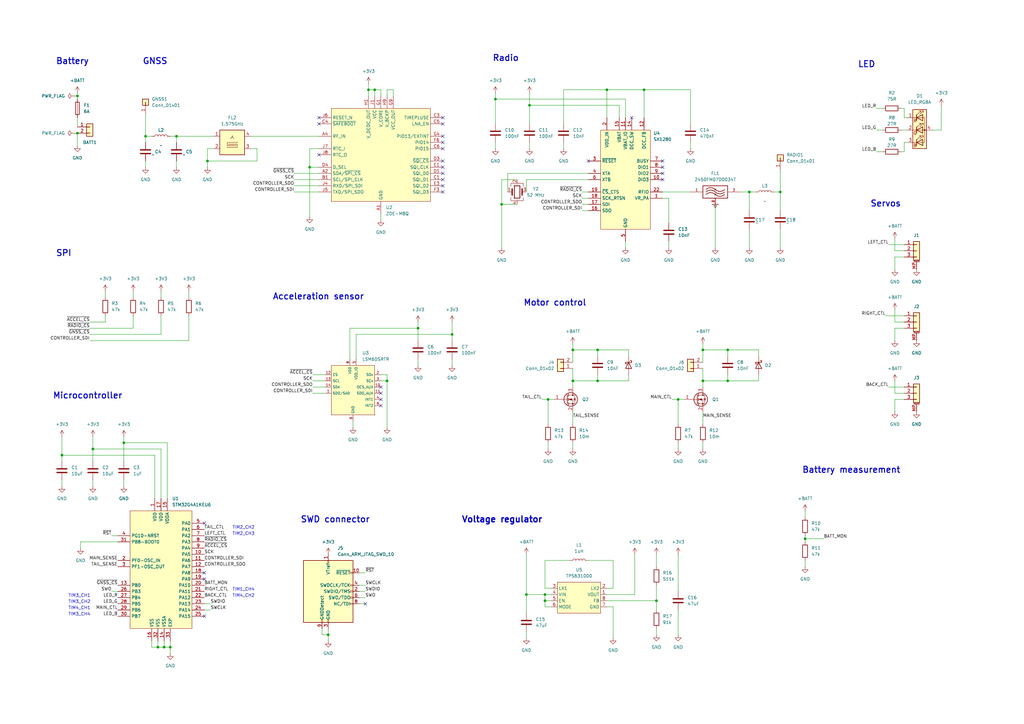
<source format=kicad_sch>
(kicad_sch (version 20230121) (generator eeschema)
  (paper "A3")
  (junction (at 269.24 246.38))
  (junction (at 298.45 143.51))
  (junction (at 127 68.58))
  (junction (at 278.13 163.83))
  (junction (at 38.1 184.15))
  (junction (at 25.4 186.69))
  (junction (at 330.2 220.98))
  (junction (at 223.52 243.84))
  (junction (at 264.16 36.83))
  (junction (at 67.31 265.43))
  (junction (at 151.13 36.83))
  (junction (at 64.77 265.43))
  (junction (at 205.74 83.82))
  (junction (at 59.69 55.88))
  (junction (at 134.62 260.35))
  (junction (at 85.09 66.04))
  (junction (at 171.45 134.62))
  (junction (at 224.79 163.83))
  (junction (at 245.11 143.51))
  (junction (at 50.8 181.61))
  (junction (at 248.92 36.83))
  (junction (at 223.52 246.38))
  (junction (at 288.29 156.21))
  (junction (at 153.67 36.83))
  (junction (at 69.85 265.43))
  (junction (at 320.04 78.74))
  (junction (at 234.95 156.21))
  (junction (at 185.42 137.16))
  (junction (at 288.29 143.51))
  (junction (at 307.34 78.74))
  (junction (at 72.39 55.88))
  (junction (at 298.45 156.21))
  (junction (at 31.75 39.37))
  (junction (at 215.9 243.84))
  (junction (at 234.95 143.51))
  (junction (at 245.11 156.21))
  (junction (at 31.75 54.61))
  (junction (at 203.2 40.64))
  (junction (at 158.75 156.21))
  (junction (at 217.17 43.18))
  (no_connect (at 181.61 78.74))
  (no_connect (at 83.82 252.73))
  (no_connect (at 181.61 50.8))
  (no_connect (at 130.81 63.5))
  (no_connect (at 271.78 73.66))
  (no_connect (at 156.21 166.37))
  (no_connect (at 130.81 48.26))
  (no_connect (at 156.21 158.75))
  (no_connect (at 181.61 55.88))
  (no_connect (at 181.61 76.2))
  (no_connect (at 271.78 71.12))
  (no_connect (at 181.61 68.58))
  (no_connect (at 271.78 68.58))
  (no_connect (at 156.21 163.83))
  (no_connect (at 259.08 48.26))
  (no_connect (at 181.61 48.26))
  (no_connect (at 241.3 66.04))
  (no_connect (at 130.81 50.8))
  (no_connect (at 271.78 66.04))
  (no_connect (at 181.61 58.42))
  (no_connect (at 181.61 66.04))
  (no_connect (at 181.61 71.12))
  (no_connect (at 156.21 161.29))
  (no_connect (at 181.61 60.96))
  (no_connect (at 149.86 247.65))
  (no_connect (at 181.61 73.66))
  (no_connect (at 83.82 237.49))
  (no_connect (at 83.82 234.95))
  (no_connect (at 83.82 214.63))
  (wire (pts (xy 215.9 243.84) (xy 223.52 243.84)))
  (wire (pts (xy 158.75 156.21) (xy 158.75 175.26)))
  (wire (pts (xy 248.92 243.84) (xy 260.35 243.84)))
  (wire (pts (xy 367.03 168.91) (xy 367.03 163.83)))
  (wire (pts (xy 64.77 265.43) (xy 67.31 265.43)))
  (wire (pts (xy 234.95 156.21) (xy 245.11 156.21)))
  (wire (pts (xy 156.21 36.83) (xy 156.21 39.37)))
  (wire (pts (xy 364.49 100.33) (xy 370.84 100.33)))
  (wire (pts (xy 31.75 54.61) (xy 31.75 59.69)))
  (wire (pts (xy 62.23 262.89) (xy 62.23 265.43)))
  (wire (pts (xy 208.28 71.12) (xy 208.28 78.74)))
  (wire (pts (xy 288.29 156.21) (xy 288.29 158.75)))
  (wire (pts (xy 251.46 241.3) (xy 248.92 241.3)))
  (wire (pts (xy 303.53 78.74) (xy 307.34 78.74)))
  (wire (pts (xy 231.14 58.42) (xy 231.14 60.96)))
  (wire (pts (xy 311.15 143.51) (xy 298.45 143.51)))
  (wire (pts (xy 215.9 243.84) (xy 215.9 251.46)))
  (wire (pts (xy 86.36 247.65) (xy 83.82 247.65)))
  (wire (pts (xy 69.85 55.88) (xy 72.39 55.88)))
  (wire (pts (xy 280.67 163.83) (xy 278.13 163.83)))
  (wire (pts (xy 33.02 222.25) (xy 33.02 224.79)))
  (wire (pts (xy 359.41 53.34) (xy 361.95 53.34)))
  (wire (pts (xy 149.86 240.03) (xy 147.32 240.03)))
  (wire (pts (xy 120.65 73.66) (xy 130.81 73.66)))
  (wire (pts (xy 158.75 153.67) (xy 158.75 156.21)))
  (wire (pts (xy 234.95 156.21) (xy 234.95 158.75)))
  (wire (pts (xy 386.08 53.34) (xy 386.08 43.18)))
  (wire (pts (xy 264.16 36.83) (xy 283.21 36.83)))
  (wire (pts (xy 367.03 161.29) (xy 367.03 156.21)))
  (wire (pts (xy 130.81 60.96) (xy 127 60.96)))
  (wire (pts (xy 367.03 134.62) (xy 370.84 134.62)))
  (wire (pts (xy 203.2 38.1) (xy 203.2 40.64)))
  (wire (pts (xy 153.67 36.83) (xy 151.13 36.83)))
  (wire (pts (xy 185.42 132.08) (xy 185.42 137.16)))
  (wire (pts (xy 171.45 147.32) (xy 171.45 149.86)))
  (wire (pts (xy 238.76 86.36) (xy 241.3 86.36)))
  (wire (pts (xy 66.04 137.16) (xy 66.04 129.54)))
  (wire (pts (xy 153.67 36.83) (xy 153.67 39.37)))
  (wire (pts (xy 293.37 101.6) (xy 293.37 83.82)))
  (wire (pts (xy 203.2 40.64) (xy 256.54 40.64)))
  (wire (pts (xy 307.34 78.74) (xy 307.34 86.36)))
  (wire (pts (xy 63.5 186.69) (xy 25.4 186.69)))
  (wire (pts (xy 223.52 241.3) (xy 226.06 241.3)))
  (wire (pts (xy 363.22 129.54) (xy 370.84 129.54)))
  (wire (pts (xy 223.52 246.38) (xy 223.52 243.84)))
  (wire (pts (xy 31.75 38.1) (xy 31.75 39.37)))
  (wire (pts (xy 134.62 262.89) (xy 134.62 260.35)))
  (wire (pts (xy 54.61 134.62) (xy 54.61 129.54)))
  (wire (pts (xy 36.83 132.08) (xy 43.18 132.08)))
  (wire (pts (xy 278.13 181.61) (xy 278.13 184.15)))
  (wire (pts (xy 127 68.58) (xy 127 88.9)))
  (wire (pts (xy 217.17 43.18) (xy 254 43.18)))
  (wire (pts (xy 151.13 36.83) (xy 151.13 39.37)))
  (wire (pts (xy 269.24 257.81) (xy 269.24 260.35)))
  (wire (pts (xy 370.84 58.42) (xy 372.11 58.42)))
  (wire (pts (xy 367.03 132.08) (xy 367.03 127)))
  (wire (pts (xy 59.69 55.88) (xy 59.69 58.42)))
  (wire (pts (xy 120.65 76.2) (xy 130.81 76.2)))
  (wire (pts (xy 38.1 179.07) (xy 38.1 184.15)))
  (wire (pts (xy 205.74 83.82) (xy 212.09 83.82)))
  (wire (pts (xy 127 60.96) (xy 127 68.58)))
  (wire (pts (xy 25.4 179.07) (xy 25.4 186.69)))
  (wire (pts (xy 288.29 181.61) (xy 288.29 184.15)))
  (wire (pts (xy 248.92 246.38) (xy 269.24 246.38)))
  (wire (pts (xy 307.34 78.74) (xy 309.88 78.74)))
  (wire (pts (xy 274.32 99.06) (xy 274.32 101.6)))
  (wire (pts (xy 215.9 261.62) (xy 215.9 259.08)))
  (wire (pts (xy 269.24 246.38) (xy 269.24 250.19)))
  (wire (pts (xy 370.84 102.87) (xy 367.03 102.87)))
  (wire (pts (xy 143.51 147.32) (xy 143.51 134.62)))
  (wire (pts (xy 54.61 121.92) (xy 54.61 119.38)))
  (wire (pts (xy 77.47 129.54) (xy 77.47 139.7)))
  (wire (pts (xy 307.34 93.98) (xy 307.34 101.6)))
  (wire (pts (xy 66.04 204.47) (xy 66.04 184.15)))
  (wire (pts (xy 359.41 44.45) (xy 361.95 44.45)))
  (wire (pts (xy 215.9 73.66) (xy 241.3 73.66)))
  (wire (pts (xy 132.08 257.81) (xy 132.08 260.35)))
  (wire (pts (xy 288.29 140.97) (xy 288.29 143.51)))
  (wire (pts (xy 69.85 267.97) (xy 69.85 265.43)))
  (wire (pts (xy 67.31 265.43) (xy 69.85 265.43)))
  (wire (pts (xy 248.92 36.83) (xy 231.14 36.83)))
  (wire (pts (xy 256.54 101.6) (xy 256.54 99.06)))
  (wire (pts (xy 278.13 227.33) (xy 278.13 242.57)))
  (wire (pts (xy 241.3 229.87) (xy 251.46 229.87)))
  (wire (pts (xy 149.86 234.95) (xy 147.32 234.95)))
  (wire (pts (xy 369.57 62.23) (xy 370.84 62.23)))
  (wire (pts (xy 146.05 147.32) (xy 146.05 137.16)))
  (wire (pts (xy 105.41 60.96) (xy 105.41 66.04)))
  (wire (pts (xy 38.1 196.85) (xy 38.1 199.39)))
  (wire (pts (xy 234.95 168.91) (xy 234.95 173.99)))
  (wire (pts (xy 330.2 219.71) (xy 330.2 220.98)))
  (wire (pts (xy 144.78 172.72) (xy 144.78 175.26)))
  (wire (pts (xy 288.29 151.13) (xy 288.29 156.21)))
  (wire (pts (xy 330.2 220.98) (xy 330.2 222.25)))
  (wire (pts (xy 251.46 248.92) (xy 251.46 261.62)))
  (wire (pts (xy 85.09 60.96) (xy 85.09 66.04)))
  (wire (pts (xy 269.24 227.33) (xy 269.24 232.41)))
  (wire (pts (xy 271.78 81.28) (xy 274.32 81.28)))
  (wire (pts (xy 278.13 250.19) (xy 278.13 260.35)))
  (wire (pts (xy 288.29 156.21) (xy 298.45 156.21)))
  (wire (pts (xy 36.83 139.7) (xy 77.47 139.7)))
  (wire (pts (xy 215.9 227.33) (xy 215.9 243.84)))
  (wire (pts (xy 50.8 181.61) (xy 50.8 189.23)))
  (wire (pts (xy 87.63 60.96) (xy 85.09 60.96)))
  (wire (pts (xy 120.65 71.12) (xy 130.81 71.12)))
  (wire (pts (xy 223.52 243.84) (xy 226.06 243.84)))
  (wire (pts (xy 72.39 66.04) (xy 72.39 68.58)))
  (wire (pts (xy 38.1 184.15) (xy 38.1 189.23)))
  (wire (pts (xy 30.48 39.37) (xy 31.75 39.37)))
  (wire (pts (xy 251.46 229.87) (xy 251.46 241.3)))
  (wire (pts (xy 185.42 147.32) (xy 185.42 149.86)))
  (wire (pts (xy 171.45 132.08) (xy 171.45 134.62)))
  (wire (pts (xy 215.9 78.74) (xy 215.9 73.66)))
  (wire (pts (xy 149.86 242.57) (xy 147.32 242.57)))
  (wire (pts (xy 66.04 184.15) (xy 38.1 184.15)))
  (wire (pts (xy 128.27 156.21) (xy 133.35 156.21)))
  (wire (pts (xy 208.28 71.12) (xy 241.3 71.12)))
  (wire (pts (xy 234.95 143.51) (xy 245.11 143.51)))
  (wire (pts (xy 128.27 161.29) (xy 133.35 161.29)))
  (wire (pts (xy 367.03 110.49) (xy 367.03 105.41)))
  (wire (pts (xy 271.78 78.74) (xy 283.21 78.74)))
  (wire (pts (xy 288.29 143.51) (xy 288.29 148.59)))
  (wire (pts (xy 275.59 163.83) (xy 278.13 163.83)))
  (wire (pts (xy 238.76 78.74) (xy 241.3 78.74)))
  (wire (pts (xy 257.81 143.51) (xy 245.11 143.51)))
  (wire (pts (xy 72.39 55.88) (xy 87.63 55.88)))
  (wire (pts (xy 156.21 90.17) (xy 156.21 87.63)))
  (wire (pts (xy 50.8 179.07) (xy 50.8 181.61)))
  (wire (pts (xy 298.45 153.67) (xy 298.45 156.21)))
  (wire (pts (xy 311.15 146.05) (xy 311.15 143.51)))
  (wire (pts (xy 134.62 257.81) (xy 134.62 260.35)))
  (wire (pts (xy 149.86 245.11) (xy 147.32 245.11)))
  (wire (pts (xy 64.77 262.89) (xy 64.77 265.43)))
  (wire (pts (xy 36.83 137.16) (xy 66.04 137.16)))
  (wire (pts (xy 224.79 163.83) (xy 224.79 173.99)))
  (wire (pts (xy 223.52 248.92) (xy 223.52 246.38)))
  (wire (pts (xy 153.67 36.83) (xy 156.21 36.83)))
  (wire (pts (xy 128.27 158.75) (xy 133.35 158.75)))
  (wire (pts (xy 45.72 219.71) (xy 48.26 219.71)))
  (wire (pts (xy 222.25 163.83) (xy 224.79 163.83)))
  (wire (pts (xy 367.03 102.87) (xy 367.03 97.79)))
  (wire (pts (xy 45.72 242.57) (xy 48.26 242.57)))
  (wire (pts (xy 146.05 137.16) (xy 185.42 137.16)))
  (wire (pts (xy 68.58 204.47) (xy 68.58 181.61)))
  (wire (pts (xy 25.4 196.85) (xy 25.4 199.39)))
  (wire (pts (xy 257.81 146.05) (xy 257.81 143.51)))
  (wire (pts (xy 234.95 143.51) (xy 234.95 148.59)))
  (wire (pts (xy 50.8 196.85) (xy 50.8 199.39)))
  (wire (pts (xy 370.84 161.29) (xy 367.03 161.29)))
  (wire (pts (xy 217.17 58.42) (xy 217.17 60.96)))
  (wire (pts (xy 317.5 78.74) (xy 320.04 78.74)))
  (wire (pts (xy 370.84 48.26) (xy 370.84 44.45)))
  (wire (pts (xy 72.39 55.88) (xy 72.39 58.42)))
  (wire (pts (xy 248.92 36.83) (xy 264.16 36.83)))
  (wire (pts (xy 364.49 158.75) (xy 370.84 158.75)))
  (wire (pts (xy 320.04 69.85) (xy 320.04 78.74)))
  (wire (pts (xy 85.09 66.04) (xy 105.41 66.04)))
  (wire (pts (xy 320.04 93.98) (xy 320.04 101.6)))
  (wire (pts (xy 226.06 246.38) (xy 223.52 246.38)))
  (wire (pts (xy 128.27 153.67) (xy 133.35 153.67)))
  (wire (pts (xy 156.21 156.21) (xy 158.75 156.21)))
  (wire (pts (xy 31.75 39.37) (xy 31.75 40.64)))
  (wire (pts (xy 217.17 43.18) (xy 217.17 50.8)))
  (wire (pts (xy 43.18 121.92) (xy 43.18 119.38)))
  (wire (pts (xy 359.41 62.23) (xy 361.95 62.23)))
  (wire (pts (xy 238.76 83.82) (xy 241.3 83.82)))
  (wire (pts (xy 311.15 153.67) (xy 311.15 156.21)))
  (wire (pts (xy 156.21 153.67) (xy 158.75 153.67)))
  (wire (pts (xy 367.03 163.83) (xy 370.84 163.83)))
  (wire (pts (xy 130.81 68.58) (xy 127 68.58)))
  (wire (pts (xy 25.4 186.69) (xy 25.4 189.23)))
  (wire (pts (xy 369.57 44.45) (xy 370.84 44.45)))
  (wire (pts (xy 203.2 40.64) (xy 203.2 50.8)))
  (wire (pts (xy 245.11 153.67) (xy 245.11 156.21)))
  (wire (pts (xy 102.87 55.88) (xy 130.81 55.88)))
  (wire (pts (xy 370.84 62.23) (xy 370.84 58.42)))
  (wire (pts (xy 283.21 50.8) (xy 283.21 36.83)))
  (wire (pts (xy 69.85 265.43) (xy 69.85 262.89)))
  (wire (pts (xy 143.51 134.62) (xy 171.45 134.62)))
  (wire (pts (xy 67.31 262.89) (xy 67.31 265.43)))
  (wire (pts (xy 77.47 121.92) (xy 77.47 119.38)))
  (wire (pts (xy 203.2 58.42) (xy 203.2 60.96)))
  (wire (pts (xy 372.11 48.26) (xy 370.84 48.26)))
  (wire (pts (xy 367.03 139.7) (xy 367.03 134.62)))
  (wire (pts (xy 30.48 54.61) (xy 31.75 54.61)))
  (wire (pts (xy 234.95 140.97) (xy 234.95 143.51)))
  (wire (pts (xy 274.32 81.28) (xy 274.32 91.44)))
  (wire (pts (xy 223.52 241.3) (xy 223.52 229.87)))
  (wire (pts (xy 223.52 229.87) (xy 233.68 229.87)))
  (wire (pts (xy 245.11 143.51) (xy 245.11 146.05)))
  (wire (pts (xy 205.74 83.82) (xy 205.74 101.6)))
  (wire (pts (xy 171.45 134.62) (xy 171.45 139.7)))
  (wire (pts (xy 224.79 181.61) (xy 224.79 184.15)))
  (wire (pts (xy 288.29 143.51) (xy 298.45 143.51)))
  (wire (pts (xy 238.76 81.28) (xy 241.3 81.28)))
  (wire (pts (xy 278.13 163.83) (xy 278.13 173.99)))
  (wire (pts (xy 59.69 66.04) (xy 59.69 68.58)))
  (wire (pts (xy 367.03 105.41) (xy 370.84 105.41)))
  (wire (pts (xy 257.81 153.67) (xy 257.81 156.21)))
  (wire (pts (xy 330.2 209.55) (xy 330.2 212.09)))
  (wire (pts (xy 149.86 247.65) (xy 147.32 247.65)))
  (wire (pts (xy 212.09 73.66) (xy 205.74 73.66)))
  (wire (pts (xy 59.69 46.99) (xy 59.69 55.88)))
  (wire (pts (xy 269.24 240.03) (xy 269.24 246.38)))
  (wire (pts (xy 283.21 58.42) (xy 283.21 60.96)))
  (wire (pts (xy 311.15 156.21) (xy 298.45 156.21)))
  (wire (pts (xy 320.04 78.74) (xy 320.04 86.36)))
  (wire (pts (xy 370.84 132.08) (xy 367.03 132.08)))
  (wire (pts (xy 257.81 156.21) (xy 245.11 156.21)))
  (wire (pts (xy 151.13 34.29) (xy 151.13 36.83)))
  (wire (pts (xy 86.36 250.19) (xy 83.82 250.19)))
  (wire (pts (xy 59.69 55.88) (xy 62.23 55.88)))
  (wire (pts (xy 251.46 248.92) (xy 248.92 248.92)))
  (wire (pts (xy 234.95 181.61) (xy 234.95 184.15)))
  (wire (pts (xy 85.09 66.04) (xy 85.09 68.58)))
  (wire (pts (xy 68.58 181.61) (xy 50.8 181.61)))
  (wire (pts (xy 43.18 132.08) (xy 43.18 129.54)))
  (wire (pts (xy 256.54 40.64) (xy 256.54 48.26)))
  (wire (pts (xy 33.02 222.25) (xy 48.26 222.25)))
  (wire (pts (xy 298.45 143.51) (xy 298.45 146.05)))
  (wire (pts (xy 231.14 36.83) (xy 231.14 50.8)))
  (wire (pts (xy 226.06 248.92) (xy 223.52 248.92)))
  (wire (pts (xy 330.2 220.98) (xy 337.82 220.98)))
  (wire (pts (xy 62.23 265.43) (xy 64.77 265.43)))
  (wire (pts (xy 36.83 134.62) (xy 54.61 134.62)))
  (wire (pts (xy 31.75 48.26) (xy 31.75 52.07)))
  (wire (pts (xy 227.33 163.83) (xy 224.79 163.83)))
  (wire (pts (xy 382.27 53.34) (xy 386.08 53.34)))
  (wire (pts (xy 217.17 38.1) (xy 217.17 43.18)))
  (wire (pts (xy 66.04 121.92) (xy 66.04 119.38)))
  (wire (pts (xy 102.87 60.96) (xy 105.41 60.96)))
  (wire (pts (xy 260.35 227.33) (xy 260.35 243.84)))
  (wire (pts (xy 330.2 232.41) (xy 330.2 229.87)))
  (wire (pts (xy 63.5 204.47) (xy 63.5 186.69)))
  (wire (pts (xy 369.57 53.34) (xy 372.11 53.34)))
  (wire (pts (xy 264.16 36.83) (xy 264.16 48.26)))
  (wire (pts (xy 120.65 78.74) (xy 130.81 78.74)))
  (wire (pts (xy 254 43.18) (xy 254 48.26)))
  (wire (pts (xy 185.42 137.16) (xy 185.42 139.7)))
  (wire (pts (xy 234.95 151.13) (xy 234.95 156.21)))
  (wire (pts (xy 161.29 36.83) (xy 158.75 36.83)))
  (wire (pts (xy 132.08 260.35) (xy 134.62 260.35)))
  (wire (pts (xy 288.29 168.91) (xy 288.29 173.99)))
  (wire (pts (xy 158.75 36.83) (xy 158.75 39.37)))
  (wire (pts (xy 248.92 36.83) (xy 248.92 48.26)))
  (wire (pts (xy 205.74 73.66) (xy 205.74 83.82)))
  (wire (pts (xy 161.29 39.37) (xy 161.29 36.83)))
  (text "Acceleration sensor" (at 111.76 123.19 0) (effects (font (size 2.5 2.5) (thickness 0.4) bold) (justify left bottom)))
  (text "TIM2_CH3" (at 95.25 219.71 0) (effects (font (size 1.27 1.27)) (justify left bottom)))
  (text "TIM3_CH1" (at 27.94 245.11 0) (effects (font (size 1.27 1.27)) (justify left bottom)))
  (text "Microcontroller" (at 21.59 163.83 0) (effects (font (size 2.5 2.5) (thickness 0.4) bold) (justify left bottom)))
  (text "TIM1_CH4" (at 95.25 242.57 0) (effects (font (size 1.27 1.27)) (justify left bottom)))
  (text "Battery" (at 22.86 26.67 0) (effects (font (size 2.5 2.5) (thickness 0.4) bold) (justify left bottom)))
  (text "GNSS" (at 58.42 26.67 0) (effects (font (size 2.5 2.5) (thickness 0.4) bold) (justify left bottom)))
  (text "TIM2_CH2" (at 95.25 217.17 0) (effects (font (size 1.27 1.27)) (justify left bottom)))
  (text "TIM4_CH1" (at 27.94 250.19 0) (effects (font (size 1.27 1.27)) (justify left bottom)))
  (text "SWD connector" (at 123.19 214.63 0) (effects (font (size 2.5 2.5) (thickness 0.4) bold) (justify left bottom)))
  (text "Battery measurement" (at 328.93 194.31 0) (effects (font (size 2.5 2.5) (thickness 0.4) bold) (justify left bottom)))
  (text "Radio" (at 201.93 25.4 0) (effects (font (size 2.5 2.5) (thickness 0.4) bold) (justify left bottom)))
  (text "SPI" (at 22.86 105.41 0) (effects (font (size 2.5 2.5) (thickness 0.4) bold) (justify left bottom)))
  (text "TIM3_CH2" (at 27.94 247.65 0) (effects (font (size 1.27 1.27)) (justify left bottom)))
  (text "Voltage regulator" (at 189.23 214.63 0) (effects (font (size 2.5 2.5) (thickness 0.5) bold) (justify left bottom)))
  (text "TIM4_CH2" (at 95.25 245.11 0) (effects (font (size 1.27 1.27)) (justify left bottom)))
  (text "TIM3_CH4" (at 27.94 252.73 0) (effects (font (size 1.27 1.27)) (justify left bottom)))
  (text "Motor control" (at 214.63 125.73 0) (effects (font (size 2.5 2.5) (thickness 0.4) bold) (justify left bottom)))
  (text "LED" (at 351.79 27.94 0) (effects (font (size 2.5 2.5) (thickness 0.4) bold) (justify left bottom)))
  (text "Servos" (at 356.87 85.09 0) (effects (font (size 2.5 2.5) (thickness 0.4) bold) (justify left bottom)))
  (label "LEFT_CTL" (at 83.82 219.71 0))
  (label "RIGHT_CTL" (at 83.82 242.57 0))
  (label "~{RST}" (at 149.86 234.95 0))
  (label "MAIN_SENSE" (at 288.29 171.45 0))
  (label "~{RADIO_CS}" (at 238.76 78.74 180))
  (label "SCK" (at 128.27 156.21 180))
  (label "MAIN_CTL" (at 275.59 163.83 180))
  (label "CONTROLLER_SDI" (at 238.76 86.36 180))
  (label "SWCLK" (at 149.86 240.03 0))
  (label "~{ACCEL_CS}" (at 83.82 224.79 0))
  (label "SCK" (at 120.65 73.66 180))
  (label "TAIL_SENSE" (at 48.26 232.41 180))
  (label "BATT_MON" (at 337.82 220.98 0))
  (label "~{GNSS_CS}" (at 120.65 71.12 180))
  (label "SWDIO" (at 149.86 242.57 0))
  (label "CONTROLLER_SDO" (at 120.65 76.2 180))
  (label "CONTROLLER_SDI" (at 36.83 139.7 180))
  (label "~{RADIO_CS}" (at 36.83 134.62 180))
  (label "LED_B" (at 48.26 252.73 180))
  (label "RIGHT_CTL" (at 363.22 129.54 180))
  (label "CONTROLLER_SDI" (at 120.65 78.74 180))
  (label "~{ACCEL_CS}" (at 128.27 153.67 180))
  (label "SWDIO" (at 86.36 247.65 0))
  (label "~{RST}" (at 45.72 219.71 180))
  (label "SWO" (at 149.86 245.11 0))
  (label "SWO" (at 45.72 242.57 180))
  (label "~{RADIO_CS}" (at 83.82 222.25 0))
  (label "SCK" (at 83.82 227.33 0))
  (label "CONTROLLER_SDI" (at 83.82 229.87 0))
  (label "CONTROLLER_SDO" (at 83.82 232.41 0))
  (label "~{GNSS_CS}" (at 36.83 137.16 180))
  (label "CONTROLLER_SDI" (at 128.27 161.29 180))
  (label "SCK" (at 238.76 81.28 180))
  (label "SWCLK" (at 86.36 250.19 0))
  (label "MAIN_CTL" (at 48.26 250.19 180))
  (label "LED_B" (at 359.41 62.23 180))
  (label "MAIN_SENSE" (at 48.26 229.87 180))
  (label "LED_R" (at 359.41 44.45 180))
  (label "~{GNSS_CS}" (at 48.26 240.03 180))
  (label "LED_G" (at 48.26 247.65 180))
  (label "~{ACCEL_CS}" (at 36.83 132.08 180))
  (label "LED_G" (at 359.41 53.34 180))
  (label "TAIL_CTL" (at 83.82 217.17 0))
  (label "LEFT_CTL" (at 364.49 100.33 180))
  (label "BACK_CTL" (at 364.49 158.75 180))
  (label "LED_R" (at 48.26 245.11 180))
  (label "TAIL_CTL" (at 222.25 163.83 180))
  (label "BACK_CTL" (at 83.82 245.11 0))
  (label "TAIL_SENSE" (at 234.95 171.45 0))
  (label "BATT_MON" (at 83.82 240.03 0))
  (label "CONTROLLER_SDO" (at 128.27 158.75 180))
  (label "CONTROLLER_SDO" (at 238.76 83.82 180))
  (symbol (lib_id "power:GND") (at 69.85 267.97 0) (unit 1)
    (property "Reference" "#PWR018" (effects hide))
    (property "Value" "GND" (at 69.85 273.05 0))
  )
  (symbol (lib_id "power:GND") (at 367.03 110.49 0) (unit 1)
    (property "Reference" "#PWR06" (effects hide))
    (property "Value" "GND" (at 367.03 115.57 0))
  )
  (symbol (lib_id "power:GND") (at 231.14 60.96 0) (unit 1)
    (property "Reference" "#PWR0134" (effects hide))
    (property "Value" "GND" (at 231.14 66.04 0))
  )
  (symbol (lib_id "power:GND") (at 256.54 101.6 0) (unit 1)
    (property "Reference" "#PWR0108" (effects hide))
    (property "Value" "GND" (at 256.54 106.68 0))
  )
  (symbol (lib_id "power:GND") (at 127 88.9 0) (unit 1)
    (property "Reference" "#PWR0114" (effects hide))
    (property "Value" "GND" (at 127 93.98 0))
  )
  (symbol (lib_id "Device:R") (at 269.24 254 180) (unit 1)
    (property "Reference" "R17" (at 271.78 252.7299 0) (effects (justify right)))
    (property "Value" "91k" (at 271.78 255.2699 0) (effects (justify right)))
    (property "Footprint" "Resistor_SMD:R_0402_1005Metric" (effects hide))
    (property "MPN" "RC0402FR-0791KL" (effects hide))
  )
  (symbol (lib_id "power:GND") (at 33.02 224.79 0) (unit 1)
    (property "Reference" "#PWR0109" (effects hide))
    (property "Value" "GND" (at 33.02 229.87 0))
  )
  (symbol (lib_id "power:+BATT") (at 367.03 127 0) (unit 1)
    (property "Reference" "#PWR01" (effects hide))
    (property "Value" "+BATT" (at 367.03 121.92 0))
  )
  (symbol (lib_id "friedrich:SX1280") (at 256.54 73.66 0) (unit 1)
    (property "Reference" "U4" (at 267.97 54.61 0) (effects (justify left)))
    (property "Value" "SX1280" (at 267.97 57.15 0) (effects (justify left)))
    (property "Footprint" "Package_DFN_QFN:HVQFN-24-1EP_4x4mm_P0.5mm_EP2.6x2.6mm" (effects hide))
    (property "Datasheet" "https://semtech.my.salesforce.com/sfc/p/E0000000JelG/a/2R000000HoCW/8EVYKPLcthcKCB_cKzApAc6Xf6tAHtn9.UKcOh7SNmg" (effects hide))
    (property "MPN" "SX1280IMLTRT" (effects hide))
  )
  (symbol (lib_id "Device:R") (at 365.76 62.23 90) (unit 1)
    (property "Reference" "R9" (at 365.76 57.15 90))
    (property "Value" "27R" (at 365.76 59.69 90))
    (property "Footprint" "Resistor_SMD:R_0402_1005Metric" (effects hide))
    (property "MPN" "RC0402JR-0727RL" (effects hide))
  )
  (symbol (lib_id "power:GND") (at 278.13 184.15 0) (unit 1)
    (property "Reference" "#PWR0125" (effects hide))
    (property "Value" "GND" (at 278.13 189.23 0))
  )
  (symbol (lib_id "Device:R") (at 288.29 177.8 180) (unit 1)
    (property "Reference" "R12" (at 290.83 176.5299 0) (effects (justify right)))
    (property "Value" "10m" (at 290.83 179.0699 0) (effects (justify right)))
    (property "Footprint" "Resistor_SMD:R_0402_1005Metric" (effects hide))
    (property "MPN" "ERJ-2LWFR010X" (effects hide))
  )
  (symbol (lib_id "Device:Crystal_GND24") (at 212.09 78.74 0) (unit 1)
    (property "Reference" "Y2" (at 219.71 77.47 0))
    (property "Value" "52 MHz" (at 219.71 80.01 0))
    (property "Footprint" "library:XTAL_ECS-520-8-47-CKM-TR" (effects hide))
    (property "MPN" "ECS-520-8-47-CKM-TR" (effects hide))
  )
  (symbol (lib_id "Device:C") (at 215.9 255.27 0) (unit 1)
    (property "Reference" "C15" (at 219.71 253.9999 0) (effects (justify left)))
    (property "Value" "47uF" (at 219.71 256.5399 0) (effects (justify left)))
    (property "Footprint" "Capacitor_SMD:C_0603_1608Metric" (effects hide))
    (property "MPN" "GRM188R60J476ME15D" (effects hide))
  )
  (symbol (lib_id "Device:R") (at 43.18 125.73 180) (unit 1)
    (property "Reference" "R3" (at 45.72 124.4599 0) (effects (justify right)))
    (property "Value" "47k" (at 45.72 126.9999 0) (effects (justify right)))
    (property "Footprint" "Resistor_SMD:R_0402_1005Metric" (effects hide))
    (property "MPN" "RC0402JR-0747KL" (effects hide))
  )
  (symbol (lib_id "power:GND") (at 269.24 260.35 0) (unit 1)
    (property "Reference" "#PWR0136" (effects hide))
    (property "Value" "GND" (at 269.24 265.43 0))
  )
  (symbol (lib_id "power:GND") (at 283.21 60.96 0) (unit 1)
    (property "Reference" "#PWR0129" (effects hide))
    (property "Value" "GND" (at 283.21 66.04 0))
  )
  (symbol (lib_name "+BATT_1") (lib_id "power:+BATT") (at 288.29 140.97 0) (unit 1)
    (property "Reference" "#PWR0124" (effects hide))
    (property "Value" "+BATT" (at 288.29 135.89 0))
  )
  (symbol (lib_id "power:GND") (at 85.09 68.58 0) (unit 1)
    (property "Reference" "#PWR0146" (effects hide))
    (property "Value" "GND" (at 85.09 73.66 0))
  )
  (symbol (lib_id "Device:R") (at 66.04 125.73 0) (unit 1)
    (property "Reference" "R5" (at 68.58 124.4599 0) (effects (justify left)))
    (property "Value" "47k" (at 68.58 126.9999 0) (effects (justify left)))
    (property "Footprint" "Resistor_SMD:R_0402_1005Metric" (effects hide))
    (property "MPN" "RC0402JR-0747KL" (effects hide))
  )
  (symbol (lib_id "Filter:SF14-1575F5UUA1") (at 95.25 58.42 0) (unit 1)
    (property "Reference" "FL2" (at 95.25 48.26 0))
    (property "Value" "1.575GHz" (at 95.25 50.8 0))
    (property "Footprint" "Filter:Filter_1411-5_1.4x1.1mm" (effects hide))
    (property "Datasheet" "https://abracon.com/Filters/SAW%20FILTERS/AFS14A04-1575.42-T3.pdf" (effects hide))
    (property "MPN" "AFS14A04-1575.42-T3" (effects hide))
  )
  (symbol (lib_id "Device:C") (at 320.04 90.17 180) (unit 1)
    (property "Reference" "C18" (at 326.39 90.17 0) (effects (justify left)))
    (property "Value" "~" (at 322.58 91.4399 0) (effects (justify right)))
    (property "Footprint" "Capacitor_SMD:C_0402_1005Metric" (effects hide))
  )
  (symbol (lib_id "Connector:Conn_ARM_JTAG_SWD_10") (at 134.62 242.57 0) (unit 1)
    (property "Reference" "J5" (at 138.43 224.79 0) (effects (justify left)))
    (property "Value" "Conn_ARM_JTAG_SWD_10" (at 138.43 227.33 0) (effects (justify left)))
    (property "Footprint" "Connector_PinHeader_1.27mm:PinHeader_2x05_P1.27mm_Vertical" (effects hide))
    (property "Datasheet" "http://infocenter.arm.com/help/topic/com.arm.doc.ddi0314h/DDI0314H_coresight_components_trm.pdf" (effects hide))
    (property "MPN" "GRPB052VWVN-RC" (effects hide))
  )
  (symbol (lib_id "power:GND") (at 25.4 199.39 0) (unit 1)
    (property "Reference" "#PWR011" (effects hide))
    (property "Value" "GND" (at 25.4 204.47 0))
  )
  (symbol (lib_id "Device:R") (at 234.95 177.8 180) (unit 1)
    (property "Reference" "R14" (at 237.49 176.5299 0) (effects (justify right)))
    (property "Value" "10m" (at 237.49 179.0699 0) (effects (justify right)))
    (property "Footprint" "Resistor_SMD:R_0402_1005Metric" (effects hide))
    (property "MPN" "ERJ-2LWFR010X" (effects hide))
  )
  (symbol (lib_id "Device:R") (at 330.2 226.06 180) (unit 1)
    (property "Reference" "R11" (at 332.74 224.7899 0) (effects (justify right)))
    (property "Value" "47k" (at 332.74 227.3299 0) (effects (justify right)))
    (property "Footprint" "Resistor_SMD:R_0402_1005Metric" (effects hide))
    (property "MPN" "RC0402JR-0747KL" (effects hide))
  )
  (symbol (lib_id "Device:R") (at 330.2 215.9 180) (unit 1)
    (property "Reference" "R10" (at 332.74 214.6299 0) (effects (justify right)))
    (property "Value" "47k" (at 332.74 217.1699 0) (effects (justify right)))
    (property "Footprint" "Resistor_SMD:R_0402_1005Metric" (effects hide))
    (property "MPN" "RC0402JR-0747KL" (effects hide))
  )
  (symbol (lib_id "Device:R") (at 224.79 177.8 180) (unit 1)
    (property "Reference" "R13" (at 227.33 176.5299 0) (effects (justify right)))
    (property "Value" "47k" (at 227.33 179.0699 0) (effects (justify right)))
    (property "Footprint" "Resistor_SMD:R_0402_1005Metric" (effects hide))
    (property "MPN" "RC0402JR-0747KL" (effects hide))
  )
  (symbol (lib_id "power:GND") (at 278.13 260.35 0) (unit 1)
    (property "Reference" "#PWR0135" (effects hide))
    (property "Value" "GND" (at 278.13 265.43 0))
  )
  (symbol (lib_id "power:+3V3") (at 54.61 119.38 0) (unit 1)
    (property "Reference" "#PWR0121" (effects hide))
    (property "Value" "+3V3" (at 54.61 114.3 0))
  )
  (symbol (lib_id "Device:R") (at 278.13 177.8 180) (unit 1)
    (property "Reference" "R7" (at 280.67 176.5299 0) (effects (justify right)))
    (property "Value" "47k" (at 280.67 179.0699 0) (effects (justify right)))
    (property "Footprint" "Resistor_SMD:R_0402_1005Metric" (effects hide))
    (property "MPN" "RC0402JR-0747KL" (effects hide))
  )
  (symbol (lib_id "power:GND") (at 375.92 110.49 0) (unit 1)
    (property "Reference" "#PWR07" (effects hide))
    (property "Value" "GND" (at 375.92 115.57 0))
  )
  (symbol (lib_id "power:GND") (at 293.37 101.6 0) (unit 1)
    (property "Reference" "#PWR0123" (effects hide))
    (property "Value" "GND" (at 293.37 106.68 0))
  )
  (symbol (lib_id "Device:R") (at 77.47 125.73 0) (unit 1)
    (property "Reference" "R6" (at 80.01 124.4599 0) (effects (justify left)))
    (property "Value" "47k" (at 80.01 126.9999 0) (effects (justify left)))
    (property "Footprint" "Resistor_SMD:R_0402_1005Metric" (effects hide))
    (property "MPN" "RC0402JR-0747KL" (effects hide))
  )
  (symbol (lib_id "Device:L") (at 313.69 78.74 90) (unit 1)
    (property "Reference" "L3" (at 313.69 76.2 90))
    (property "Value" "~" (at 313.69 82.55 90))
    (property "Footprint" "Inductor_SMD:L_0402_1005Metric" (effects hide))
  )
  (symbol (lib_id "power:+3V3") (at 50.8 179.07 0) (unit 1)
    (property "Reference" "#PWR016" (effects hide))
    (property "Value" "+3V3" (at 50.8 173.99 0))
  )
  (symbol (lib_id "Connector_Generic_MountingPin:Conn_01x03_MountingPin") (at 375.92 132.08 0) (unit 1)
    (property "Reference" "J2" (at 375.92 125.73 0))
    (property "Value" "BM03B-SRSS-TBLFSN" (effects hide))
    (property "Footprint" "Connector_JST:JST_SH_BM03B-SRSS-TB_1x03-1MP_P1.00mm_Vertical" (effects hide))
    (property "MPN" "CI1103M1VR0-NH" (effects hide))
  )
  (symbol (lib_id "Device:C") (at 298.45 149.86 0) (unit 1)
    (property "Reference" "C8" (at 302.26 148.5899 0) (effects (justify left)))
    (property "Value" "10nF" (at 302.26 151.1299 0) (effects (justify left)))
    (property "Footprint" "Capacitor_SMD:C_0402_1005Metric" (effects hide))
    (property "MPN" "CL05B103KB5NNNC" (effects hide))
  )
  (symbol (lib_id "power:+BATT") (at 367.03 156.21 0) (unit 1)
    (property "Reference" "#PWR08" (effects hide))
    (property "Value" "+BATT" (at 367.03 151.13 0))
  )
  (symbol (lib_id "Device:D_Schottky") (at 257.81 149.86 270) (unit 1)
    (property "Reference" "D3" (at 260.35 149.86 90) (effects (justify left)))
    (property "Value" "D_Schottky" (effects hide))
    (property "Footprint" "Diode_SMD:D_0402_1005Metric" (effects hide))
    (property "MPN" "RB521S-30L2-TP" (effects hide))
  )
  (symbol (lib_id "power:GND") (at 156.21 90.17 0) (unit 1)
    (property "Reference" "#PWR013" (effects hide))
    (property "Value" "GND" (at 156.21 95.25 0))
  )
  (symbol (lib_id "Device:LED_RGBA") (at 377.19 53.34 0) (unit 1)
    (property "Reference" "D1" (at 377.19 39.37 0))
    (property "Value" "LED_RGBA" (at 377.19 41.91 0))
    (property "Footprint" "library:LED_156125M173000" (effects hide))
    (property "Datasheet" "https://www.we-online.com/components/products/datasheet/156125M173000.pdf" (effects hide))
    (property "MPN" "156125M173000" (effects hide))
  )
  (symbol (lib_id "Device:C") (at 203.2 54.61 0) (unit 1)
    (property "Reference" "C10" (at 207.01 53.3399 0) (effects (justify left)))
    (property "Value" "100nF" (at 207.01 55.8799 0) (effects (justify left)))
    (property "Footprint" "Capacitor_SMD:C_0402_1005Metric" (effects hide))
    (property "MPN" "CL05A104KA5NNNC" (effects hide))
  )
  (symbol (lib_id "Device:C") (at 274.32 95.25 0) (unit 1)
    (property "Reference" "C13" (at 278.13 93.9799 0) (effects (justify left)))
    (property "Value" "10nF" (at 278.13 96.5199 0) (effects (justify left)))
    (property "Footprint" "Capacitor_SMD:C_0402_1005Metric" (effects hide))
    (property "MPN" "CL05B103KB5NNNC" (effects hide))
  )
  (symbol (lib_id "power:+3V3") (at 386.08 43.18 0) (unit 1)
    (property "Reference" "#PWR0102" (effects hide))
    (property "Value" "+3V3" (at 386.08 38.1 0))
  )
  (symbol (lib_id "power:+3V3") (at 260.35 227.33 0) (unit 1)
    (property "Reference" "#PWR0137" (effects hide))
    (property "Value" "+3V3" (at 260.35 222.25 0))
  )
  (symbol (lib_id "power:GND") (at 375.92 168.91 0) (unit 1)
    (property "Reference" "#PWR012" (effects hide))
    (property "Value" "GND" (at 375.92 173.99 0))
  )
  (symbol (lib_id "Device:C") (at 231.14 54.61 0) (unit 1)
    (property "Reference" "C12" (at 234.95 53.3399 0) (effects (justify left)))
    (property "Value" "10nF" (at 234.95 55.8799 0) (effects (justify left)))
    (property "Footprint" "Capacitor_SMD:C_0402_1005Metric" (effects hide))
    (property "MPN" "CL05B103KB5NNNC" (effects hide))
  )
  (symbol (lib_id "Device:Q_NMOS_GSD") (at 232.41 163.83 0) (unit 1)
    (property "Reference" "Q2" (at 238.76 163.83 0) (effects (justify left)))
    (property "Value" "Q_NMOS_GSD" (effects hide))
    (property "Footprint" "Package_TO_SOT_SMD:SOT-23" (effects hide))
    (property "Datasheet" "https://www.infineon.com/dgdl/irlml6244pbf.pdf?fileId=5546d462533600a4015356686fed261f" (effects hide))
    (property "MPN" "IRLML6244TRPBF" (effects hide))
  )
  (symbol (lib_id "power:GND") (at 251.46 261.62 0) (unit 1)
    (property "Reference" "#PWR0142" (effects hide))
    (property "Value" "GND" (at 251.46 266.7 0))
  )
  (symbol (lib_id "Device:Q_NMOS_GSD") (at 285.75 163.83 0) (unit 1)
    (property "Reference" "Q1" (at 292.1 163.83 0) (effects (justify left)))
    (property "Value" "Q_NMOS_GSD" (effects hide))
    (property "Footprint" "Package_TO_SOT_SMD:SOT-23" (effects hide))
    (property "Datasheet" "https://www.infineon.com/dgdl/irlml6244pbf.pdf?fileId=5546d462533600a4015356686fed261f" (effects hide))
    (property "MPN" "IRLML6244TRPBF" (effects hide))
  )
  (symbol (lib_id "power:+BATT") (at 330.2 209.55 0) (unit 1)
    (property "Reference" "#PWR0103" (effects hide))
    (property "Value" "+BATT" (at 330.2 204.47 0))
  )
  (symbol (lib_id "2450FM07D0034T:2450FM07D0034T") (at 293.37 78.74 0) (unit 1)
    (property "Reference" "FL1" (at 293.37 71.12 0))
    (property "Value" "2450FM07D0034T" (at 293.37 73.66 0))
    (property "Footprint" "library:FIL_2450FM07D0034T" (effects hide))
    (property "Datasheet" "https://www.johansontechnology.com/datasheets/2450FM07D0034/2450FM07D0034.pdf" (effects hide))
    (property "MPN" "2450FM07D0034T" (effects hide))
  )
  (symbol (lib_id "power:GND") (at 320.04 101.6 0) (unit 1)
    (property "Reference" "#PWR0147" (effects hide))
    (property "Value" "GND" (at 320.04 106.68 0))
  )
  (symbol (lib_id "power:GND") (at 50.8 199.39 0) (unit 1)
    (property "Reference" "#PWR017" (effects hide))
    (property "Value" "GND" (at 50.8 204.47 0))
  )
  (symbol (lib_id "Device:R") (at 269.24 236.22 180) (unit 1)
    (property "Reference" "R16" (at 271.78 234.9499 0) (effects (justify right)))
    (property "Value" "511k" (at 271.78 237.4899 0) (effects (justify right)))
    (property "Footprint" "Resistor_SMD:R_0402_1005Metric" (effects hide))
    (property "MPN" "RC0402FR-07511KL" (effects hide))
  )
  (symbol (lib_id "power:+3V3") (at 278.13 227.33 0) (unit 1)
    (property "Reference" "#PWR0139" (effects hide))
    (property "Value" "+3V3" (at 278.13 222.25 0))
  )
  (symbol (lib_id "power:+3V3") (at 269.24 227.33 0) (unit 1)
    (property "Reference" "#PWR0138" (effects hide))
    (property "Value" "+3V3" (at 269.24 222.25 0))
  )
  (symbol (lib_id "Device:D_Schottky") (at 311.15 149.86 270) (unit 1)
    (property "Reference" "D2" (at 313.69 149.86 90) (effects (justify left)))
    (property "Value" "D_Schottky" (effects hide))
    (property "Footprint" "Diode_SMD:D_0402_1005Metric" (effects hide))
    (property "MPN" "RB521S-30L2-TP" (effects hide))
  )
  (symbol (lib_name "GND_1") (lib_id "power:GND") (at 144.78 175.26 0) (unit 1)
    (property "Reference" "#PWR0118" (effects hide))
    (property "Value" "GND" (at 144.78 180.34 0))
  )
  (symbol (lib_id "Device:C") (at 278.13 246.38 0) (unit 1)
    (property "Reference" "C16" (at 281.94 245.1099 0) (effects (justify left)))
    (property "Value" "47uF" (at 281.94 247.6499 0) (effects (justify left)))
    (property "Footprint" "Capacitor_SMD:C_0603_1608Metric" (effects hide))
    (property "MPN" "GRM188R60J476ME15D" (effects hide))
  )
  (symbol (lib_id "power:+3V3") (at 203.2 38.1 0) (unit 1)
    (property "Reference" "#PWR0130" (effects hide))
    (property "Value" "+3V3" (at 203.2 33.02 0))
  )
  (symbol (lib_id "Device:C") (at 307.34 90.17 180) (unit 1)
    (property "Reference" "C17" (at 313.69 90.17 0) (effects (justify left)))
    (property "Value" "~" (at 309.88 91.4399 0) (effects (justify right)))
    (property "Footprint" "Capacitor_SMD:C_0402_1005Metric" (effects hide))
  )
  (symbol (lib_id "Device:C") (at 217.17 54.61 0) (unit 1)
    (property "Reference" "C11" (at 220.98 53.3399 0) (effects (justify left)))
    (property "Value" "100nF" (at 220.98 55.8799 0) (effects (justify left)))
    (property "Footprint" "Capacitor_SMD:C_0402_1005Metric" (effects hide))
    (property "MPN" "CL05A104KA5NNNC" (effects hide))
  )
  (symbol (lib_id "Device:C") (at 245.11 149.86 0) (unit 1)
    (property "Reference" "C9" (at 248.92 148.5899 0) (effects (justify left)))
    (property "Value" "10nF" (at 248.92 151.1299 0) (effects (justify left)))
    (property "Footprint" "Capacitor_SMD:C_0402_1005Metric" (effects hide))
    (property "MPN" "CL05B103KB5NNNC" (effects hide))
  )
  (symbol (lib_id "power:GND") (at 367.03 139.7 0) (unit 1)
    (property "Reference" "#PWR02" (effects hide))
    (property "Value" "GND" (at 367.03 144.78 0))
  )
  (symbol (lib_id "Connector_Generic_MountingPin:Conn_01x03_MountingPin") (at 375.92 161.29 0) (unit 1)
    (property "Reference" "J3" (at 375.92 154.94 0))
    (property "Value" "BM03B-SRSS-TBLFSN" (effects hide))
    (property "Footprint" "Connector_JST:JST_SH_BM03B-SRSS-TB_1x03-1MP_P1.00mm_Vertical" (effects hide))
    (property "MPN" "CI1103M1VR0-NH" (effects hide))
  )
  (symbol (lib_id "Connector_Generic:Conn_01x01") (at 59.69 41.91 90) (unit 1) (in_bom no)
    (property "Reference" "GNSS1" (at 62.23 40.6399 90) (effects (justify right)))
    (property "Value" "Conn_01x01" (at 62.23 43.1799 90) (effects (justify right)))
    (property "Footprint" "library:Antenna" (effects hide))
  )
  (symbol (lib_name "GND_1") (lib_id "power:GND") (at 171.45 149.86 0) (unit 1)
    (property "Reference" "#PWR0115" (effects hide))
    (property "Value" "GND" (at 171.45 154.94 0))
  )
  (symbol (lib_id "power:GND") (at 217.17 60.96 0) (unit 1)
    (property "Reference" "#PWR0133" (effects hide))
    (property "Value" "GND" (at 217.17 66.04 0))
  )
  (symbol (lib_id "Device:R") (at 54.61 125.73 180) (unit 1)
    (property "Reference" "R4" (at 57.15 124.4599 0) (effects (justify right)))
    (property "Value" "47k" (at 57.15 126.9999 0) (effects (justify right)))
    (property "Footprint" "Resistor_SMD:R_0402_1005Metric" (effects hide))
    (property "MPN" "RC0402JR-0747KL" (effects hide))
  )
  (symbol (lib_id "Device:C") (at 50.8 193.04 0) (unit 1)
    (property "Reference" "C3" (at 54.61 191.7699 0) (effects (justify left)))
    (property "Value" "1uF" (at 54.61 194.3099 0) (effects (justify left)))
    (property "Footprint" "Capacitor_SMD:C_0402_1005Metric" (effects hide))
    (property "MPN" "CL05A105MQ5NNNC" (effects hide))
  )
  (symbol (lib_id "power:+BATT") (at 367.03 97.79 0) (unit 1)
    (property "Reference" "#PWR05" (effects hide))
    (property "Value" "+BATT" (at 367.03 92.71 0))
  )
  (symbol (lib_id "Device:C") (at 25.4 193.04 0) (unit 1)
    (property "Reference" "C1" (at 29.21 191.7699 0) (effects (justify left)))
    (property "Value" "10uF" (at 29.21 194.3099 0) (effects (justify left)))
    (property "Footprint" "Capacitor_SMD:C_0402_1005Metric" (effects hide))
    (property "MPN" "GRM155R60J106ME15D" (effects hide))
  )
  (symbol (lib_id "friedrich:TPS631000DRLR") (at 237.49 245.11 0) (unit 1)
    (property "Reference" "U5" (at 237.49 233.68 0))
    (property "Value" "TPS631000" (at 237.49 236.22 0))
    (property "Footprint" "Package_TO_SOT_SMD:SC-70-8" (effects hide))
    (property "Datasheet" "https://www.ti.com/lit/gpn/TPS631000" (effects hide))
    (property "MPN" "TPS631000DRLR" (effects hide))
  )
  (symbol (lib_id "Device:C") (at 185.42 143.51 0) (unit 1)
    (property "Reference" "C7" (at 189.23 142.2399 0) (effects (justify left)))
    (property "Value" "100nF" (at 189.23 144.7799 0) (effects (justify left)))
    (property "Footprint" "Capacitor_SMD:C_0402_1005Metric" (effects hide))
    (property "MPN" "CL05A104KA5NNNC" (effects hide))
  )
  (symbol (lib_id "Connector_Generic:Conn_01x02") (at 283.21 151.13 180) (unit 1)
    (property "Reference" "J6" (at 280.67 148.59 0) (effects (justify left)))
    (property "Value" "Conn_01x02" (at 280.67 151.13 0) (effects (justify left)))
    (property "Footprint" "Connector_Molex:Molex_PicoBlade_53047-0210_1x02_P1.25mm_Vertical" (effects hide))
    (property "MPN" "0530470210" (effects hide))
  )
  (symbol (lib_id "friedrich:ZOE-M8Q") (at 156.21 63.5 0) (unit 1)
    (property "Reference" "U2" (at 158.2294 85.09 0) (effects (justify left)))
    (property "Value" "ZOE-M8Q" (at 158.2294 87.63 0) (effects (justify left)))
    (property "Footprint" "library:componentsearchengine-BGA51C50P9X9_450X450X110" (effects hide))
    (property "Datasheet" "https://www.u-blox.com/sites/default/files/ZOE-M8_DataSheet_UBX-16008094.pdf" (effects hide))
    (property "MPN" "ZOE-M8Q-0" (effects hide))
  )
  (symbol (lib_id "power:GND") (at 31.75 59.69 0) (unit 1)
    (property "Reference" "#PWR0106" (effects hide))
    (property "Value" "GND" (at 31.75 64.77 0))
  )
  (symbol (lib_id "power:GND") (at 72.39 68.58 0) (unit 1)
    (property "Reference" "#PWR0141" (effects hide))
    (property "Value" "GND" (at 72.39 73.66 0))
  )
  (symbol (lib_id "Device:R") (at 365.76 53.34 90) (unit 1)
    (property "Reference" "R8" (at 365.76 48.26 90))
    (property "Value" "27R" (at 365.76 50.8 90))
    (property "Footprint" "Resistor_SMD:R_0402_1005Metric" (effects hide))
    (property "MPN" "RC0402JR-0727RL" (effects hide))
  )
  (symbol (lib_id "Device:C") (at 38.1 193.04 0) (unit 1)
    (property "Reference" "C2" (at 41.91 191.7699 0) (effects (justify left)))
    (property "Value" "10uF" (at 41.91 194.3099 0) (effects (justify left)))
    (property "Footprint" "Capacitor_SMD:C_0402_1005Metric" (effects hide))
    (property "MPN" "GRM155R60J106ME15D" (effects hide))
  )
  (symbol (lib_id "power:GND") (at 330.2 232.41 0) (unit 1)
    (property "Reference" "#PWR0104" (effects hide))
    (property "Value" "GND" (at 330.2 237.49 0))
  )
  (symbol (lib_id "power:GND") (at 224.79 184.15 0) (unit 1)
    (property "Reference" "#PWR0128" (effects hide))
    (property "Value" "GND" (at 224.79 189.23 0))
  )
  (symbol (lib_id "power:GND") (at 38.1 199.39 0) (unit 1)
    (property "Reference" "#PWR015" (effects hide))
    (property "Value" "GND" (at 38.1 204.47 0))
  )
  (symbol (lib_id "Connector_Generic:Conn_01x01") (at 320.04 64.77 90) (unit 1) (in_bom no)
    (property "Reference" "RADIO1" (at 322.58 63.4999 90) (effects (justify right)))
    (property "Value" "Conn_01x01" (at 322.58 66.0399 90) (effects (justify right)))
    (property "Footprint" "library:Antenna" (effects hide))
  )
  (symbol (lib_id "power:+3V3") (at 171.45 132.08 0) (unit 1)
    (property "Reference" "#PWR0116" (effects hide))
    (property "Value" "+3V3" (at 171.45 127 0))
  )
  (symbol (lib_name "GND_2") (lib_id "power:GND") (at 158.75 175.26 0) (unit 1)
    (property "Reference" "#PWR0117" (effects hide))
    (property "Value" "GND" (at 158.75 180.34 0))
  )
  (symbol (lib_id "power:GND") (at 134.62 262.89 0) (unit 1)
    (property "Reference" "#PWR028" (effects hide))
    (property "Value" "GND" (at 134.62 267.97 0))
  )
  (symbol (lib_id "Connector_Generic:Conn_01x02") (at 229.87 151.13 180) (unit 1)
    (property "Reference" "J4" (at 227.33 148.59 0) (effects (justify left)))
    (property "Value" "Conn_01x02" (at 227.33 151.13 0) (effects (justify left)))
    (property "Footprint" "Connector_PinHeader_1.27mm:PinHeader_1x02_P1.27mm_Vertical" (effects hide))
    (property "MPN" "851-87-002-10-001101" (effects hide))
  )
  (symbol (lib_id "Device:C") (at 171.45 143.51 0) (unit 1)
    (property "Reference" "C6" (at 175.26 142.2399 0) (effects (justify left)))
    (property "Value" "100nF" (at 175.26 144.7799 0) (effects (justify left)))
    (property "Footprint" "Capacitor_SMD:C_0402_1005Metric" (effects hide))
    (property "MPN" "CL05A104KA5NNNC" (effects hide))
  )
  (symbol (lib_id "power:+3V3") (at 217.17 38.1 0) (unit 1)
    (property "Reference" "#PWR0131" (effects hide))
    (property "Value" "+3V3" (at 217.17 33.02 0))
  )
  (symbol (lib_id "power:GND") (at 288.29 184.15 0) (unit 1)
    (property "Reference" "#PWR0126" (effects hide))
    (property "Value" "GND" (at 288.29 189.23 0))
  )
  (symbol (lib_id "power:+3V3") (at 185.42 132.08 0) (unit 1)
    (property "Reference" "#PWR0119" (effects hide))
    (property "Value" "+3V3" (at 185.42 127 0))
  )
  (symbol (lib_id "Device:L") (at 66.04 55.88 90) (unit 1)
    (property "Reference" "L2" (at 66.04 53.34 90))
    (property "Value" "~" (at 66.04 59.69 90))
    (property "Footprint" "Inductor_SMD:L_0402_1005Metric" (effects hide))
  )
  (symbol (lib_id "Connector_Generic_MountingPin:Conn_01x03_MountingPin") (at 375.92 102.87 0) (unit 1)
    (property "Reference" "J1" (at 375.92 96.52 0))
    (property "Value" "BM03B-SRSS-TBLFSN" (effects hide))
    (property "Footprint" "Connector_JST:JST_SH_BM03B-SRSS-TB_1x03-1MP_P1.00mm_Vertical" (effects hide))
    (property "MPN" "CI1103M1VR0-NH" (effects hide))
  )
  (symbol (lib_id "power:+3V3") (at 151.13 34.29 0) (unit 1)
    (property "Reference" "#PWR0101" (effects hide))
    (property "Value" "+3V3" (at 151.13 29.21 0))
  )
  (symbol (lib_id "power:+BATT") (at 215.9 227.33 0) (unit 1)
    (property "Reference" "#PWR0143" (effects hide))
    (property "Value" "+BATT" (at 215.9 222.25 0))
  )
  (symbol (lib_id "power:+3V3") (at 38.1 179.07 0) (unit 1)
    (property "Reference" "#PWR014" (effects hide))
    (property "Value" "+3V3" (at 38.1 173.99 0))
  )
  (symbol (lib_id "power:GND") (at 215.9 261.62 0) (unit 1)
    (property "Reference" "#PWR0140" (effects hide))
    (property "Value" "GND" (at 215.9 266.7 0))
  )
  (symbol (lib_id "power:GND") (at 367.03 168.91 0) (unit 1)
    (property "Reference" "#PWR09" (effects hide))
    (property "Value" "GND" (at 367.03 173.99 0))
  )
  (symbol (lib_id "Device:Fuse") (at 31.75 44.45 0) (unit 1)
    (property "Reference" "F1" (at 34.29 43.1799 0) (effects (justify left)))
    (property "Value" "6A" (at 34.29 45.7199 0) (effects (justify left)))
    (property "Footprint" "Fuse:Fuse_0603_1608Metric" (effects hide))
    (property "Datasheet" "https://www.belfuse.com/resources/datasheets/circuitprotection/ds-cp-c2f-series.pdf" (effects hide))
    (property "MPN" "0686F6000-01" (effects hide))
  )
  (symbol (lib_id "power:PWR_FLAG") (at 30.48 54.61 90) (unit 1)
    (property "Reference" "#FLG0102" (effects hide))
    (property "Value" "PWR_FLAG" (at 26.67 54.6101 90) (effects (justify left)))
  )
  (symbol (lib_id "Device:R") (at 365.76 44.45 90) (unit 1)
    (property "Reference" "R2" (at 365.76 38.1 90))
    (property "Value" "75R" (at 365.76 40.64 90))
    (property "Footprint" "Resistor_SMD:R_0402_1005Metric" (effects hide))
    (property "MPN" "RC0402JR-0775RL" (effects hide))
  )
  (symbol (lib_id "power:+3V3") (at 25.4 179.07 0) (unit 1)
    (property "Reference" "#PWR010" (effects hide))
    (property "Value" "+3V3" (at 25.4 173.99 0))
  )
  (symbol (lib_id "Connector_Generic:Conn_01x02") (at 36.83 52.07 0) (unit 1) (in_bom no)
    (property "Reference" "BATT1" (at 36.83 58.42 0))
    (property "Value" "Conn_01x02" (effects hide))
    (property "Footprint" "library:Conn" (effects hide))
  )
  (symbol (lib_id "friedrich:STM32G4A1KEU6") (at 66.04 233.68 0) (unit 1)
    (property "Reference" "U1" (at 70.5994 204.47 0) (effects (justify left)))
    (property "Value" "STM32G4A1KEU6" (at 70.5994 207.01 0) (effects (justify left)))
    (property "Footprint" "Package_DFN_QFN:UFQFPN-32-1EP_5x5mm_P0.5mm_EP3.5x3.5mm" (effects hide))
    (property "Datasheet" "https://www.st.com/resource/en/datasheet/stm32g4a1ke.pdf" (effects hide))
    (property "MPN" "STM32G4A1KEU6" (effects hide))
  )
  (symbol (lib_id "power:GND") (at 307.34 101.6 0) (unit 1)
    (property "Reference" "#PWR0145" (effects hide))
    (property "Value" "GND" (at 307.34 106.68 0))
  )
  (symbol (lib_name "GND_3") (lib_id "power:GND") (at 205.74 101.6 0) (unit 1)
    (property "Reference" "#PWR0144" (effects hide))
    (property "Value" "GND" (at 205.74 106.68 0))
  )
  (symbol (lib_id "power:+3V3") (at 43.18 119.38 0) (unit 1)
    (property "Reference" "#PWR0122" (effects hide))
    (property "Value" "+3V3" (at 43.18 114.3 0))
  )
  (symbol (lib_id "power:+BATT") (at 234.95 140.97 0) (unit 1)
    (property "Reference" "#PWR0110" (effects hide))
    (property "Value" "+BATT" (at 234.95 135.89 0))
  )
  (symbol (lib_id "power:GND") (at 203.2 60.96 0) (unit 1)
    (property "Reference" "#PWR0132" (effects hide))
    (property "Value" "GND" (at 203.2 66.04 0))
  )
  (symbol (lib_id "power:+3V3") (at 134.62 227.33 0) (unit 1)
    (property "Reference" "#PWR027" (effects hide))
    (property "Value" "+3V3" (at 134.62 222.25 0))
  )
  (symbol (lib_id "power:+3V3") (at 77.47 119.38 0) (unit 1)
    (property "Reference" "#PWR0112" (effects hide))
    (property "Value" "+3V3" (at 77.47 114.3 0))
  )
  (symbol (lib_id "Device:C") (at 72.39 62.23 180) (unit 1)
    (property "Reference" "C5" (at 76.2 62.23 0) (effects (justify right)))
    (property "Value" "~" (at 74.93 63.4999 0) (effects (justify right)))
    (property "Footprint" "Capacitor_SMD:C_0402_1005Metric" (effects hide))
  )
  (symbol (lib_id "Device:L") (at 237.49 229.87 90) (unit 1)
    (property "Reference" "L1" (at 237.49 223.52 90))
    (property "Value" "1uH" (at 237.49 226.06 90))
    (property "Footprint" "library:0806" (effects hide))
    (property "MPN" "DFE201612E-1R0M=P2" (effects hide))
  )
  (symbol (lib_id "power:PWR_FLAG") (at 30.48 39.37 90) (unit 1)
    (property "Reference" "#FLG0101" (effects hide))
    (property "Value" "PWR_FLAG" (at 26.67 39.3701 90) (effects (justify left)))
  )
  (symbol (lib_name "GND_1") (lib_id "power:GND") (at 185.42 149.86 0) (unit 1)
    (property "Reference" "#PWR0120" (effects hide))
    (property "Value" "GND" (at 185.42 154.94 0))
  )
  (symbol (lib_id "Device:C") (at 59.69 62.23 180) (unit 1)
    (property "Reference" "C4" (at 63.5 62.23 0) (effects (justify right)))
    (property "Value" "~" (at 62.23 63.4999 0) (effects (justify right)))
    (property "Footprint" "Capacitor_SMD:C_0402_1005Metric" (effects hide))
  )
  (symbol (lib_id "power:+BATT") (at 31.75 38.1 0) (unit 1)
    (property "Reference" "#PWR0105" (effects hide))
    (property "Value" "+BATT" (at 31.75 33.02 0))
  )
  (symbol (lib_id "power:GND") (at 234.95 184.15 0) (unit 1)
    (property "Reference" "#PWR0127" (effects hide))
    (property "Value" "GND" (at 234.95 189.23 0))
  )
  (symbol (lib_id "power:GND") (at 375.92 139.7 0) (unit 1)
    (property "Reference" "#PWR04" (effects hide))
    (property "Value" "GND" (at 375.92 144.78 0))
  )
  (symbol (lib_id "friedrich:LSM6DSR") (at 144.78 160.02 0) (unit 1)
    (property "Reference" "U3" (at 148.59 144.78 0) (effects (justify left)))
    (property "Value" "LSM6DSRTR" (at 148.59 147.32 0) (effects (justify left)))
    (property "Footprint" "library:LGA-14_3x2.5mm" (effects hide))
    (property "Datasheet" "https://www.st.com/resource/en/datasheet/lsm6dsr.pdf" (effects hide))
    (property "MPN" "LSM6DSRTR" (effects hide))
  )
  (symbol (lib_id "Device:C") (at 283.21 54.61 0) (unit 1)
    (property "Reference" "C14" (at 287.02 53.3399 0) (effects (justify left)))
    (property "Value" "470nF" (at 287.02 55.8799 0) (effects (justify left)))
    (property "Footprint" "Capacitor_SMD:C_0402_1005Metric" (effects hide))
    (property "MPN" "CL05A474KP5NNNC" (effects hide))
  )
  (symbol (lib_id "power:GND") (at 59.69 68.58 0) (unit 1)
    (property "Reference" "#PWR0113" (effects hide))
    (property "Value" "GND" (at 59.69 73.66 0))
  )
  (symbol (lib_id "power:GND") (at 274.32 101.6 0) (unit 1)
    (property "Reference" "#PWR0107" (effects hide))
    (property "Value" "GND" (at 274.32 106.68 0))
  )
  (symbol (lib_id "power:+3V3") (at 66.04 119.38 0) (unit 1)
    (property "Reference" "#PWR0111" (effects hide))
    (property "Value" "+3V3" (at 66.04 114.3 0))
  )
)
</source>
